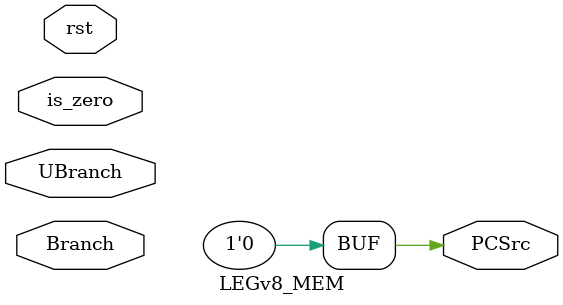
<source format=v>
`timescale 1ns / 1ps

module LEGv8_MEM(
    input rst,
    input UBranch,
    input Branch,
    input is_zero,

    output reg PCSrc
    );

    reg CBZ;

    always @(rst)
        begin
            PCSrc <= 1'b0;
        end
        
    always @(Branch or is_zero)
        begin
            CBZ <= Branch & is_zero;
        end

    always @(UBranch or CBZ)
        begin
            PCSrc <= UBranch | CBZ;
        end

endmodule

</source>
